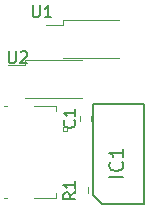
<source format=gto>
G04 #@! TF.FileFunction,Legend,Top*
%FSLAX46Y46*%
G04 Gerber Fmt 4.6, Leading zero omitted, Abs format (unit mm)*
G04 Created by KiCad (PCBNEW 4.0.6) date 04/21/17 09:42:09*
%MOMM*%
%LPD*%
G01*
G04 APERTURE LIST*
%ADD10C,0.100000*%
%ADD11C,0.120000*%
%ADD12C,0.150000*%
G04 APERTURE END LIST*
D10*
D11*
X141960000Y-98345000D02*
X141960000Y-98745000D01*
X141960000Y-98745000D02*
X140560000Y-98745000D01*
X141960000Y-98345000D02*
X146760000Y-98345000D01*
X141960000Y-101545000D02*
X146760000Y-101545000D01*
X141410000Y-105610000D02*
X141410000Y-106060000D01*
X139560000Y-105610000D02*
X141410000Y-105610000D01*
X137010000Y-113410000D02*
X137260000Y-113410000D01*
X137010000Y-105610000D02*
X137260000Y-105610000D01*
X139560000Y-113410000D02*
X141410000Y-113410000D01*
X141410000Y-113410000D02*
X141410000Y-112960000D01*
X142010000Y-107410000D02*
X142310000Y-107410000D01*
X142310000Y-107410000D02*
X142310000Y-107710000D01*
X142310000Y-107710000D02*
X142010000Y-107710000D01*
X142010000Y-107710000D02*
X142010000Y-107410000D01*
X138760000Y-101695000D02*
X138760000Y-102095000D01*
X138760000Y-102095000D02*
X137360000Y-102095000D01*
X138760000Y-101695000D02*
X143560000Y-101695000D01*
X138760000Y-104895000D02*
X143560000Y-104895000D01*
X143030000Y-112500000D02*
X143030000Y-113000000D01*
X144090000Y-113000000D02*
X144090000Y-112500000D01*
X143390000Y-106410000D02*
X143390000Y-106910000D01*
X144330000Y-106910000D02*
X144330000Y-106410000D01*
D12*
X144490000Y-113120000D02*
X145260000Y-113910000D01*
X144490000Y-105410000D02*
X144490000Y-113120000D01*
X145260000Y-113910000D02*
X148830000Y-113910000D01*
X148830000Y-113910000D02*
X148830000Y-105410000D01*
X144490000Y-105410000D02*
X148830000Y-105410000D01*
X139428095Y-97082381D02*
X139428095Y-97891905D01*
X139475714Y-97987143D01*
X139523333Y-98034762D01*
X139618571Y-98082381D01*
X139809048Y-98082381D01*
X139904286Y-98034762D01*
X139951905Y-97987143D01*
X139999524Y-97891905D01*
X139999524Y-97082381D01*
X140999524Y-98082381D02*
X140428095Y-98082381D01*
X140713809Y-98082381D02*
X140713809Y-97082381D01*
X140618571Y-97225238D01*
X140523333Y-97320476D01*
X140428095Y-97368095D01*
X137398095Y-100972381D02*
X137398095Y-101781905D01*
X137445714Y-101877143D01*
X137493333Y-101924762D01*
X137588571Y-101972381D01*
X137779048Y-101972381D01*
X137874286Y-101924762D01*
X137921905Y-101877143D01*
X137969524Y-101781905D01*
X137969524Y-100972381D01*
X138398095Y-101067619D02*
X138445714Y-101020000D01*
X138540952Y-100972381D01*
X138779048Y-100972381D01*
X138874286Y-101020000D01*
X138921905Y-101067619D01*
X138969524Y-101162857D01*
X138969524Y-101258095D01*
X138921905Y-101400952D01*
X138350476Y-101972381D01*
X138969524Y-101972381D01*
X143022381Y-112926666D02*
X142546190Y-113260000D01*
X143022381Y-113498095D02*
X142022381Y-113498095D01*
X142022381Y-113117142D01*
X142070000Y-113021904D01*
X142117619Y-112974285D01*
X142212857Y-112926666D01*
X142355714Y-112926666D01*
X142450952Y-112974285D01*
X142498571Y-113021904D01*
X142546190Y-113117142D01*
X142546190Y-113498095D01*
X143022381Y-111974285D02*
X143022381Y-112545714D01*
X143022381Y-112260000D02*
X142022381Y-112260000D01*
X142165238Y-112355238D01*
X142260476Y-112450476D01*
X142308095Y-112545714D01*
X142947143Y-106826666D02*
X142994762Y-106874285D01*
X143042381Y-107017142D01*
X143042381Y-107112380D01*
X142994762Y-107255238D01*
X142899524Y-107350476D01*
X142804286Y-107398095D01*
X142613810Y-107445714D01*
X142470952Y-107445714D01*
X142280476Y-107398095D01*
X142185238Y-107350476D01*
X142090000Y-107255238D01*
X142042381Y-107112380D01*
X142042381Y-107017142D01*
X142090000Y-106874285D01*
X142137619Y-106826666D01*
X143042381Y-105874285D02*
X143042381Y-106445714D01*
X143042381Y-106160000D02*
X142042381Y-106160000D01*
X142185238Y-106255238D01*
X142280476Y-106350476D01*
X142328095Y-106445714D01*
X142947143Y-106826666D02*
X142994762Y-106874285D01*
X143042381Y-107017142D01*
X143042381Y-107112380D01*
X142994762Y-107255238D01*
X142899524Y-107350476D01*
X142804286Y-107398095D01*
X142613810Y-107445714D01*
X142470952Y-107445714D01*
X142280476Y-107398095D01*
X142185238Y-107350476D01*
X142090000Y-107255238D01*
X142042381Y-107112380D01*
X142042381Y-107017142D01*
X142090000Y-106874285D01*
X142137619Y-106826666D01*
X143042381Y-105874285D02*
X143042381Y-106445714D01*
X143042381Y-106160000D02*
X142042381Y-106160000D01*
X142185238Y-106255238D01*
X142280476Y-106350476D01*
X142328095Y-106445714D01*
X147102857Y-111611429D02*
X145902857Y-111611429D01*
X146988571Y-110354285D02*
X147045714Y-110411428D01*
X147102857Y-110582857D01*
X147102857Y-110697143D01*
X147045714Y-110868571D01*
X146931429Y-110982857D01*
X146817143Y-111040000D01*
X146588571Y-111097143D01*
X146417143Y-111097143D01*
X146188571Y-111040000D01*
X146074286Y-110982857D01*
X145960000Y-110868571D01*
X145902857Y-110697143D01*
X145902857Y-110582857D01*
X145960000Y-110411428D01*
X146017143Y-110354285D01*
X147102857Y-109211428D02*
X147102857Y-109897143D01*
X147102857Y-109554285D02*
X145902857Y-109554285D01*
X146074286Y-109668571D01*
X146188571Y-109782857D01*
X146245714Y-109897143D01*
M02*

</source>
